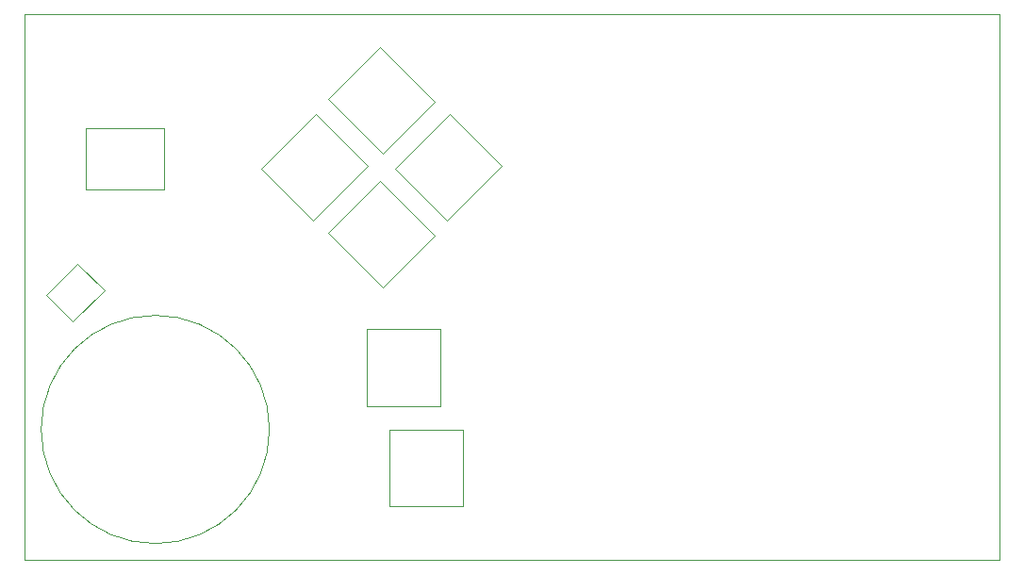
<source format=gbr>
%TF.GenerationSoftware,KiCad,Pcbnew,(6.0.9)*%
%TF.CreationDate,2023-01-07T05:09:31-05:00*%
%TF.ProjectId,businesscard,62757369-6e65-4737-9363-6172642e6b69,rev?*%
%TF.SameCoordinates,Original*%
%TF.FileFunction,Profile,NP*%
%FSLAX46Y46*%
G04 Gerber Fmt 4.6, Leading zero omitted, Abs format (unit mm)*
G04 Created by KiCad (PCBNEW (6.0.9)) date 2023-01-07 05:09:31*
%MOMM*%
%LPD*%
G01*
G04 APERTURE LIST*
%TA.AperFunction,Profile*%
%ADD10C,0.100000*%
%TD*%
%TA.AperFunction,Profile*%
%ADD11C,0.120000*%
%TD*%
G04 APERTURE END LIST*
D10*
X95000000Y-49250000D02*
X182500000Y-49250000D01*
X182500000Y-49250000D02*
X182500000Y-98250000D01*
X182500000Y-98250000D02*
X95000000Y-98250000D01*
X95000000Y-98250000D02*
X95000000Y-49250000D01*
D11*
%TO.C,U1*%
X107500000Y-64950000D02*
X100500000Y-64950000D01*
X107500000Y-59450000D02*
X107500000Y-64950000D01*
X100500000Y-59450000D02*
X107500000Y-59450000D01*
X100500000Y-64950000D02*
X100500000Y-59450000D01*
%TO.C,SW1*%
X102116295Y-74037868D02*
X99287868Y-76866295D01*
X99287868Y-76866295D02*
X96883705Y-74462132D01*
X96883705Y-74462132D02*
X99712132Y-71633705D01*
X99712132Y-71633705D02*
X102116295Y-74037868D01*
%TO.C,BT1*%
X116954952Y-86545049D02*
G75*
G03*
X116954952Y-86545049I-10250001J0D01*
G01*
%TO.C,SW7*%
X131772971Y-69106066D02*
X127106066Y-73772971D01*
X127106066Y-73772971D02*
X122227029Y-68893934D01*
X122227029Y-68893934D02*
X126893934Y-64227029D01*
X126893934Y-64227029D02*
X131772971Y-69106066D01*
%TO.C,SW6*%
X133106066Y-58227029D02*
X137772971Y-62893934D01*
X137772971Y-62893934D02*
X132893934Y-67772971D01*
X132893934Y-67772971D02*
X128227029Y-63106066D01*
X128227029Y-63106066D02*
X133106066Y-58227029D01*
%TO.C,SW5*%
X122227029Y-56893934D02*
X126893934Y-52227029D01*
X126893934Y-52227029D02*
X131772971Y-57106066D01*
X131772971Y-57106066D02*
X127106066Y-61772971D01*
X127106066Y-61772971D02*
X122227029Y-56893934D01*
%TO.C,SW4*%
X120893934Y-67772971D02*
X116227029Y-63106066D01*
X116227029Y-63106066D02*
X121106066Y-58227029D01*
X121106066Y-58227029D02*
X125772971Y-62893934D01*
X125772971Y-62893934D02*
X120893934Y-67772971D01*
%TO.C,SW3*%
X132300000Y-84450000D02*
X125700000Y-84450000D01*
X125700000Y-84450000D02*
X125700000Y-77550000D01*
X125700000Y-77550000D02*
X132300000Y-77550000D01*
X132300000Y-77550000D02*
X132300000Y-84450000D01*
%TO.C,SW2*%
X134300000Y-93450000D02*
X127700000Y-93450000D01*
X127700000Y-93450000D02*
X127700000Y-86550000D01*
X127700000Y-86550000D02*
X134300000Y-86550000D01*
X134300000Y-86550000D02*
X134300000Y-93450000D01*
%TD*%
M02*

</source>
